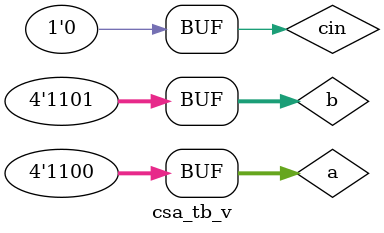
<source format=v>
module ha(a,b, s,c);
    input a,b;
    input s,c;
        assign s = a^b;
        assign c = a&b;
endmodule

module fa_ha(a,b,c, sum,carry);
    input a,b,c;
    output sum,carry;
        wire s,c1,c2;
        ha ha1 (a,b,s1,c1);
        ha ha2 (s1,c,sum,c2);
        assign carry = c1|c2;
endmodule

module rca(a,b, c, sum, carry);
    input [3:0] a,b;
    input c;
    output [3:0] sum;
    output carry;
        wire c1,c2,c3;
        fa_ha fa0 (a[0],b[0],c,sum[0],c1);
        fa_ha fa1 (a[1],b[1],c1,sum[1],c2);
        fa_ha fa2 (a[2],b[2],c2,sum[2],c3);
        fa_ha fa3 (a[3],b[3],c3,sum[3],carry);
endmodule

module propagate_g(a,b, p, bp);
    input [3:0] a,b;
    output [3:0] p;
    output bp;
        assign p = a^b;
        assign bp = &p;
endmodule

module mux2x1(
input x,y,s,
output cout
);
assign cout = (s?x:y);
endmodule

module csa(
input [3:0] a,b,
input cin,
output[3:0]sum,
output cout
);
wire [3:0]p;
wire c0;
wire bp;
rca rca (a[3:0],b[3:0],cin,sum[3:0],co);
propagate_g p1(a,b,p,bp);
mux2x1 m1 (c0,cin,bp,cout);
endmodule

module csa_tb_v;
        // Inputs
        reg [3:0] a;
        reg [3:0] b;
        reg cin;
        // Outputs
        wire [3:0] sum;
        wire cout;
        // Instantiate the Unit Under Test (UUT)
        csa uut (
                .a(a),
                .b(b),
                .cin(cin),
                .sum(sum),
                .cout(cout)
        );
        initial begin
                a = 4'b0001; b = 4'b0001; cin = 0; #100;
                a = 4'b0111; b = 4'b0001; cin = 0; #100;
                a = 4'b0101; b = 4'b0101; cin = 0; #100;
                a = 4'b1111; b = 4'b1111; cin = 0; #100;
                a = 4'b1100; b = 4'b1101; cin = 0; #100;
        end
endmodule

</source>
